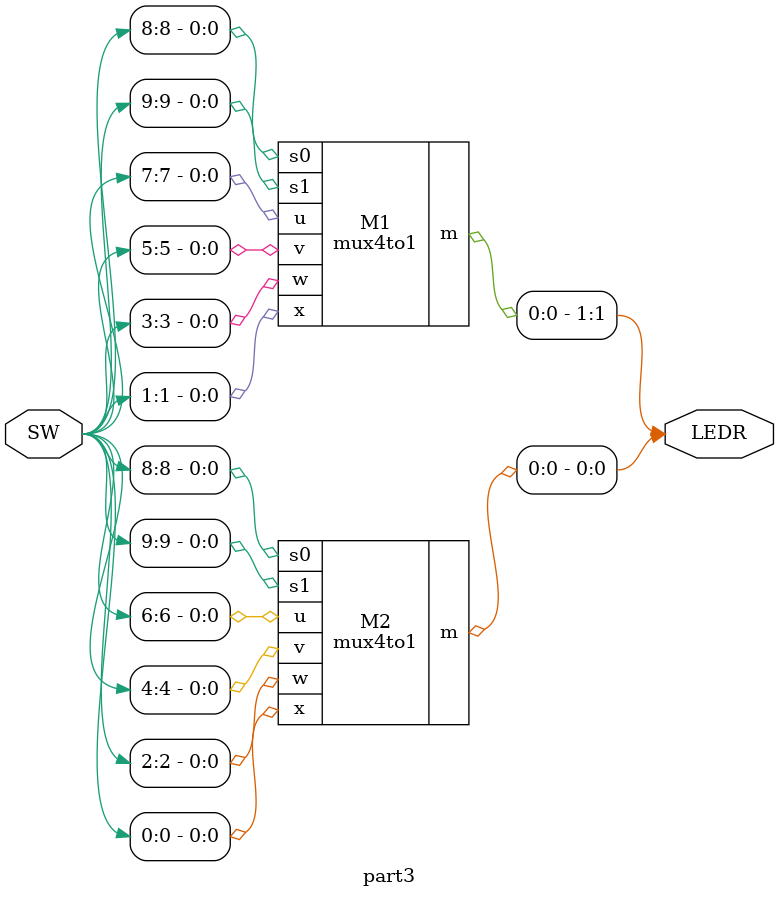
<source format=v>
module mux2to1(x,y,s,m);
	input x,y,s;
	output m;
	assign m=(~s&x)|(s&y);
endmodule

module mux4to1(s1,s0,u,v,w,x,m);
	input s1,s0,u,v,w,x;
	output m;
	wire [1:0]r;
	mux2to1 M1(u,v,s0,r[1]);
	mux2to1 M2(w,x,s0,r[0]);
	mux2to1 M3(r[1],r[0],s1,m);
	
endmodule

module part3(SW,LEDR);
	input [9:0]SW;
	output [1:0]LEDR;
	
	mux4to1 M1(SW[9],SW[8],SW[7],SW[5],SW[3],SW[1],LEDR[1]);
	mux4to1 M2(SW[9],SW[8],SW[6],SW[4],SW[2],SW[0],LEDR[0]);
	
endmodule
</source>
